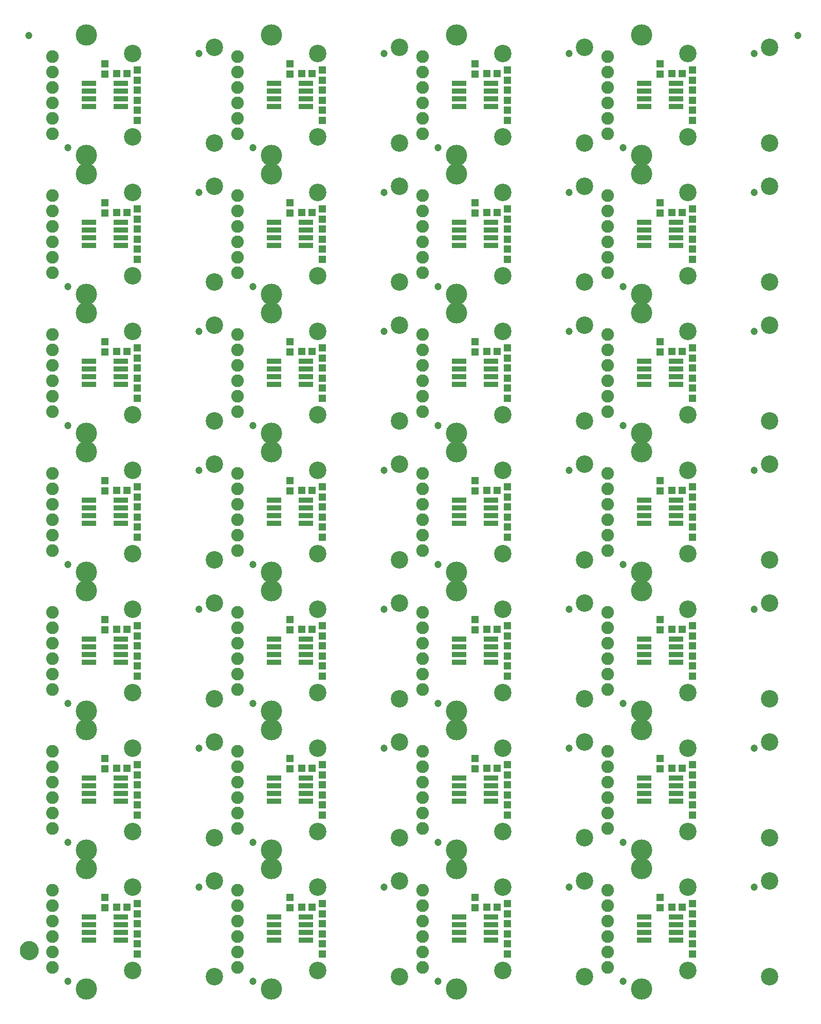
<source format=gts>
G04 EAGLE Gerber RS-274X export*
G75*
%MOMM*%
%FSLAX34Y34*%
%LPD*%
%INSoldermask Top*%
%IPPOS*%
%AMOC8*
5,1,8,0,0,1.08239X$1,22.5*%
G01*
%ADD10C,3.505200*%
%ADD11C,1.203200*%
%ADD12R,1.303200X1.203200*%
%ADD13R,2.413000X0.812800*%
%ADD14C,2.082800*%
%ADD15R,1.203200X1.303200*%
%ADD16C,2.870200*%
%ADD17C,1.270000*%
%ADD18C,1.703200*%


D10*
X68580Y198120D03*
D11*
X254000Y167640D03*
X38100Y12700D03*
D12*
X118500Y134620D03*
X135500Y134620D03*
D13*
X125222Y80010D03*
X125222Y92710D03*
X125222Y105410D03*
X125222Y118110D03*
X72898Y118110D03*
X72898Y105410D03*
X72898Y92710D03*
X72898Y80010D03*
D14*
X12700Y162560D03*
X12700Y137160D03*
X12700Y111760D03*
X12700Y86360D03*
X12700Y60960D03*
X12700Y35560D03*
D10*
X68580Y0D03*
D15*
X99060Y133740D03*
X99060Y150740D03*
X152400Y74540D03*
X152400Y57540D03*
X152400Y123580D03*
X152400Y140580D03*
X152400Y107560D03*
X152400Y90560D03*
D16*
X144780Y30480D03*
X144780Y167640D03*
X279400Y20320D03*
X279400Y177800D03*
D10*
X373380Y198120D03*
D11*
X558800Y167640D03*
X342900Y12700D03*
D12*
X423300Y134620D03*
X440300Y134620D03*
D13*
X430022Y80010D03*
X430022Y92710D03*
X430022Y105410D03*
X430022Y118110D03*
X377698Y118110D03*
X377698Y105410D03*
X377698Y92710D03*
X377698Y80010D03*
D14*
X317500Y162560D03*
X317500Y137160D03*
X317500Y111760D03*
X317500Y86360D03*
X317500Y60960D03*
X317500Y35560D03*
D10*
X373380Y0D03*
D15*
X403860Y133740D03*
X403860Y150740D03*
X457200Y74540D03*
X457200Y57540D03*
X457200Y123580D03*
X457200Y140580D03*
X457200Y107560D03*
X457200Y90560D03*
D16*
X449580Y30480D03*
X449580Y167640D03*
X584200Y20320D03*
X584200Y177800D03*
D10*
X678180Y198120D03*
D11*
X863600Y167640D03*
X647700Y12700D03*
D12*
X728100Y134620D03*
X745100Y134620D03*
D13*
X734822Y80010D03*
X734822Y92710D03*
X734822Y105410D03*
X734822Y118110D03*
X682498Y118110D03*
X682498Y105410D03*
X682498Y92710D03*
X682498Y80010D03*
D14*
X622300Y162560D03*
X622300Y137160D03*
X622300Y111760D03*
X622300Y86360D03*
X622300Y60960D03*
X622300Y35560D03*
D10*
X678180Y0D03*
D15*
X708660Y133740D03*
X708660Y150740D03*
X762000Y74540D03*
X762000Y57540D03*
X762000Y123580D03*
X762000Y140580D03*
X762000Y107560D03*
X762000Y90560D03*
D16*
X754380Y30480D03*
X754380Y167640D03*
X889000Y20320D03*
X889000Y177800D03*
D10*
X982980Y198120D03*
D11*
X1168400Y167640D03*
X952500Y12700D03*
D12*
X1032900Y134620D03*
X1049900Y134620D03*
D13*
X1039622Y80010D03*
X1039622Y92710D03*
X1039622Y105410D03*
X1039622Y118110D03*
X987298Y118110D03*
X987298Y105410D03*
X987298Y92710D03*
X987298Y80010D03*
D14*
X927100Y162560D03*
X927100Y137160D03*
X927100Y111760D03*
X927100Y86360D03*
X927100Y60960D03*
X927100Y35560D03*
D10*
X982980Y0D03*
D15*
X1013460Y133740D03*
X1013460Y150740D03*
X1066800Y74540D03*
X1066800Y57540D03*
X1066800Y123580D03*
X1066800Y140580D03*
X1066800Y107560D03*
X1066800Y90560D03*
D16*
X1059180Y30480D03*
X1059180Y167640D03*
X1193800Y20320D03*
X1193800Y177800D03*
D10*
X68580Y426720D03*
D11*
X254000Y396240D03*
X38100Y241300D03*
D12*
X118500Y363220D03*
X135500Y363220D03*
D13*
X125222Y308610D03*
X125222Y321310D03*
X125222Y334010D03*
X125222Y346710D03*
X72898Y346710D03*
X72898Y334010D03*
X72898Y321310D03*
X72898Y308610D03*
D14*
X12700Y391160D03*
X12700Y365760D03*
X12700Y340360D03*
X12700Y314960D03*
X12700Y289560D03*
X12700Y264160D03*
D10*
X68580Y228600D03*
D15*
X99060Y362340D03*
X99060Y379340D03*
X152400Y303140D03*
X152400Y286140D03*
X152400Y352180D03*
X152400Y369180D03*
X152400Y336160D03*
X152400Y319160D03*
D16*
X144780Y259080D03*
X144780Y396240D03*
X279400Y248920D03*
X279400Y406400D03*
D10*
X373380Y426720D03*
D11*
X558800Y396240D03*
X342900Y241300D03*
D12*
X423300Y363220D03*
X440300Y363220D03*
D13*
X430022Y308610D03*
X430022Y321310D03*
X430022Y334010D03*
X430022Y346710D03*
X377698Y346710D03*
X377698Y334010D03*
X377698Y321310D03*
X377698Y308610D03*
D14*
X317500Y391160D03*
X317500Y365760D03*
X317500Y340360D03*
X317500Y314960D03*
X317500Y289560D03*
X317500Y264160D03*
D10*
X373380Y228600D03*
D15*
X403860Y362340D03*
X403860Y379340D03*
X457200Y303140D03*
X457200Y286140D03*
X457200Y352180D03*
X457200Y369180D03*
X457200Y336160D03*
X457200Y319160D03*
D16*
X449580Y259080D03*
X449580Y396240D03*
X584200Y248920D03*
X584200Y406400D03*
D10*
X678180Y426720D03*
D11*
X863600Y396240D03*
X647700Y241300D03*
D12*
X728100Y363220D03*
X745100Y363220D03*
D13*
X734822Y308610D03*
X734822Y321310D03*
X734822Y334010D03*
X734822Y346710D03*
X682498Y346710D03*
X682498Y334010D03*
X682498Y321310D03*
X682498Y308610D03*
D14*
X622300Y391160D03*
X622300Y365760D03*
X622300Y340360D03*
X622300Y314960D03*
X622300Y289560D03*
X622300Y264160D03*
D10*
X678180Y228600D03*
D15*
X708660Y362340D03*
X708660Y379340D03*
X762000Y303140D03*
X762000Y286140D03*
X762000Y352180D03*
X762000Y369180D03*
X762000Y336160D03*
X762000Y319160D03*
D16*
X754380Y259080D03*
X754380Y396240D03*
X889000Y248920D03*
X889000Y406400D03*
D10*
X982980Y426720D03*
D11*
X1168400Y396240D03*
X952500Y241300D03*
D12*
X1032900Y363220D03*
X1049900Y363220D03*
D13*
X1039622Y308610D03*
X1039622Y321310D03*
X1039622Y334010D03*
X1039622Y346710D03*
X987298Y346710D03*
X987298Y334010D03*
X987298Y321310D03*
X987298Y308610D03*
D14*
X927100Y391160D03*
X927100Y365760D03*
X927100Y340360D03*
X927100Y314960D03*
X927100Y289560D03*
X927100Y264160D03*
D10*
X982980Y228600D03*
D15*
X1013460Y362340D03*
X1013460Y379340D03*
X1066800Y303140D03*
X1066800Y286140D03*
X1066800Y352180D03*
X1066800Y369180D03*
X1066800Y336160D03*
X1066800Y319160D03*
D16*
X1059180Y259080D03*
X1059180Y396240D03*
X1193800Y248920D03*
X1193800Y406400D03*
D10*
X68580Y655320D03*
D11*
X254000Y624840D03*
X38100Y469900D03*
D12*
X118500Y591820D03*
X135500Y591820D03*
D13*
X125222Y537210D03*
X125222Y549910D03*
X125222Y562610D03*
X125222Y575310D03*
X72898Y575310D03*
X72898Y562610D03*
X72898Y549910D03*
X72898Y537210D03*
D14*
X12700Y619760D03*
X12700Y594360D03*
X12700Y568960D03*
X12700Y543560D03*
X12700Y518160D03*
X12700Y492760D03*
D10*
X68580Y457200D03*
D15*
X99060Y590940D03*
X99060Y607940D03*
X152400Y531740D03*
X152400Y514740D03*
X152400Y580780D03*
X152400Y597780D03*
X152400Y564760D03*
X152400Y547760D03*
D16*
X144780Y487680D03*
X144780Y624840D03*
X279400Y477520D03*
X279400Y635000D03*
D10*
X373380Y655320D03*
D11*
X558800Y624840D03*
X342900Y469900D03*
D12*
X423300Y591820D03*
X440300Y591820D03*
D13*
X430022Y537210D03*
X430022Y549910D03*
X430022Y562610D03*
X430022Y575310D03*
X377698Y575310D03*
X377698Y562610D03*
X377698Y549910D03*
X377698Y537210D03*
D14*
X317500Y619760D03*
X317500Y594360D03*
X317500Y568960D03*
X317500Y543560D03*
X317500Y518160D03*
X317500Y492760D03*
D10*
X373380Y457200D03*
D15*
X403860Y590940D03*
X403860Y607940D03*
X457200Y531740D03*
X457200Y514740D03*
X457200Y580780D03*
X457200Y597780D03*
X457200Y564760D03*
X457200Y547760D03*
D16*
X449580Y487680D03*
X449580Y624840D03*
X584200Y477520D03*
X584200Y635000D03*
D10*
X678180Y655320D03*
D11*
X863600Y624840D03*
X647700Y469900D03*
D12*
X728100Y591820D03*
X745100Y591820D03*
D13*
X734822Y537210D03*
X734822Y549910D03*
X734822Y562610D03*
X734822Y575310D03*
X682498Y575310D03*
X682498Y562610D03*
X682498Y549910D03*
X682498Y537210D03*
D14*
X622300Y619760D03*
X622300Y594360D03*
X622300Y568960D03*
X622300Y543560D03*
X622300Y518160D03*
X622300Y492760D03*
D10*
X678180Y457200D03*
D15*
X708660Y590940D03*
X708660Y607940D03*
X762000Y531740D03*
X762000Y514740D03*
X762000Y580780D03*
X762000Y597780D03*
X762000Y564760D03*
X762000Y547760D03*
D16*
X754380Y487680D03*
X754380Y624840D03*
X889000Y477520D03*
X889000Y635000D03*
D10*
X982980Y655320D03*
D11*
X1168400Y624840D03*
X952500Y469900D03*
D12*
X1032900Y591820D03*
X1049900Y591820D03*
D13*
X1039622Y537210D03*
X1039622Y549910D03*
X1039622Y562610D03*
X1039622Y575310D03*
X987298Y575310D03*
X987298Y562610D03*
X987298Y549910D03*
X987298Y537210D03*
D14*
X927100Y619760D03*
X927100Y594360D03*
X927100Y568960D03*
X927100Y543560D03*
X927100Y518160D03*
X927100Y492760D03*
D10*
X982980Y457200D03*
D15*
X1013460Y590940D03*
X1013460Y607940D03*
X1066800Y531740D03*
X1066800Y514740D03*
X1066800Y580780D03*
X1066800Y597780D03*
X1066800Y564760D03*
X1066800Y547760D03*
D16*
X1059180Y487680D03*
X1059180Y624840D03*
X1193800Y477520D03*
X1193800Y635000D03*
D10*
X68580Y883920D03*
D11*
X254000Y853440D03*
X38100Y698500D03*
D12*
X118500Y820420D03*
X135500Y820420D03*
D13*
X125222Y765810D03*
X125222Y778510D03*
X125222Y791210D03*
X125222Y803910D03*
X72898Y803910D03*
X72898Y791210D03*
X72898Y778510D03*
X72898Y765810D03*
D14*
X12700Y848360D03*
X12700Y822960D03*
X12700Y797560D03*
X12700Y772160D03*
X12700Y746760D03*
X12700Y721360D03*
D10*
X68580Y685800D03*
D15*
X99060Y819540D03*
X99060Y836540D03*
X152400Y760340D03*
X152400Y743340D03*
X152400Y809380D03*
X152400Y826380D03*
X152400Y793360D03*
X152400Y776360D03*
D16*
X144780Y716280D03*
X144780Y853440D03*
X279400Y706120D03*
X279400Y863600D03*
D10*
X373380Y883920D03*
D11*
X558800Y853440D03*
X342900Y698500D03*
D12*
X423300Y820420D03*
X440300Y820420D03*
D13*
X430022Y765810D03*
X430022Y778510D03*
X430022Y791210D03*
X430022Y803910D03*
X377698Y803910D03*
X377698Y791210D03*
X377698Y778510D03*
X377698Y765810D03*
D14*
X317500Y848360D03*
X317500Y822960D03*
X317500Y797560D03*
X317500Y772160D03*
X317500Y746760D03*
X317500Y721360D03*
D10*
X373380Y685800D03*
D15*
X403860Y819540D03*
X403860Y836540D03*
X457200Y760340D03*
X457200Y743340D03*
X457200Y809380D03*
X457200Y826380D03*
X457200Y793360D03*
X457200Y776360D03*
D16*
X449580Y716280D03*
X449580Y853440D03*
X584200Y706120D03*
X584200Y863600D03*
D10*
X678180Y883920D03*
D11*
X863600Y853440D03*
X647700Y698500D03*
D12*
X728100Y820420D03*
X745100Y820420D03*
D13*
X734822Y765810D03*
X734822Y778510D03*
X734822Y791210D03*
X734822Y803910D03*
X682498Y803910D03*
X682498Y791210D03*
X682498Y778510D03*
X682498Y765810D03*
D14*
X622300Y848360D03*
X622300Y822960D03*
X622300Y797560D03*
X622300Y772160D03*
X622300Y746760D03*
X622300Y721360D03*
D10*
X678180Y685800D03*
D15*
X708660Y819540D03*
X708660Y836540D03*
X762000Y760340D03*
X762000Y743340D03*
X762000Y809380D03*
X762000Y826380D03*
X762000Y793360D03*
X762000Y776360D03*
D16*
X754380Y716280D03*
X754380Y853440D03*
X889000Y706120D03*
X889000Y863600D03*
D10*
X982980Y883920D03*
D11*
X1168400Y853440D03*
X952500Y698500D03*
D12*
X1032900Y820420D03*
X1049900Y820420D03*
D13*
X1039622Y765810D03*
X1039622Y778510D03*
X1039622Y791210D03*
X1039622Y803910D03*
X987298Y803910D03*
X987298Y791210D03*
X987298Y778510D03*
X987298Y765810D03*
D14*
X927100Y848360D03*
X927100Y822960D03*
X927100Y797560D03*
X927100Y772160D03*
X927100Y746760D03*
X927100Y721360D03*
D10*
X982980Y685800D03*
D15*
X1013460Y819540D03*
X1013460Y836540D03*
X1066800Y760340D03*
X1066800Y743340D03*
X1066800Y809380D03*
X1066800Y826380D03*
X1066800Y793360D03*
X1066800Y776360D03*
D16*
X1059180Y716280D03*
X1059180Y853440D03*
X1193800Y706120D03*
X1193800Y863600D03*
D10*
X68580Y1112520D03*
D11*
X254000Y1082040D03*
X38100Y927100D03*
D12*
X118500Y1049020D03*
X135500Y1049020D03*
D13*
X125222Y994410D03*
X125222Y1007110D03*
X125222Y1019810D03*
X125222Y1032510D03*
X72898Y1032510D03*
X72898Y1019810D03*
X72898Y1007110D03*
X72898Y994410D03*
D14*
X12700Y1076960D03*
X12700Y1051560D03*
X12700Y1026160D03*
X12700Y1000760D03*
X12700Y975360D03*
X12700Y949960D03*
D10*
X68580Y914400D03*
D15*
X99060Y1048140D03*
X99060Y1065140D03*
X152400Y988940D03*
X152400Y971940D03*
X152400Y1037980D03*
X152400Y1054980D03*
X152400Y1021960D03*
X152400Y1004960D03*
D16*
X144780Y944880D03*
X144780Y1082040D03*
X279400Y934720D03*
X279400Y1092200D03*
D10*
X373380Y1112520D03*
D11*
X558800Y1082040D03*
X342900Y927100D03*
D12*
X423300Y1049020D03*
X440300Y1049020D03*
D13*
X430022Y994410D03*
X430022Y1007110D03*
X430022Y1019810D03*
X430022Y1032510D03*
X377698Y1032510D03*
X377698Y1019810D03*
X377698Y1007110D03*
X377698Y994410D03*
D14*
X317500Y1076960D03*
X317500Y1051560D03*
X317500Y1026160D03*
X317500Y1000760D03*
X317500Y975360D03*
X317500Y949960D03*
D10*
X373380Y914400D03*
D15*
X403860Y1048140D03*
X403860Y1065140D03*
X457200Y988940D03*
X457200Y971940D03*
X457200Y1037980D03*
X457200Y1054980D03*
X457200Y1021960D03*
X457200Y1004960D03*
D16*
X449580Y944880D03*
X449580Y1082040D03*
X584200Y934720D03*
X584200Y1092200D03*
D10*
X678180Y1112520D03*
D11*
X863600Y1082040D03*
X647700Y927100D03*
D12*
X728100Y1049020D03*
X745100Y1049020D03*
D13*
X734822Y994410D03*
X734822Y1007110D03*
X734822Y1019810D03*
X734822Y1032510D03*
X682498Y1032510D03*
X682498Y1019810D03*
X682498Y1007110D03*
X682498Y994410D03*
D14*
X622300Y1076960D03*
X622300Y1051560D03*
X622300Y1026160D03*
X622300Y1000760D03*
X622300Y975360D03*
X622300Y949960D03*
D10*
X678180Y914400D03*
D15*
X708660Y1048140D03*
X708660Y1065140D03*
X762000Y988940D03*
X762000Y971940D03*
X762000Y1037980D03*
X762000Y1054980D03*
X762000Y1021960D03*
X762000Y1004960D03*
D16*
X754380Y944880D03*
X754380Y1082040D03*
X889000Y934720D03*
X889000Y1092200D03*
D10*
X982980Y1112520D03*
D11*
X1168400Y1082040D03*
X952500Y927100D03*
D12*
X1032900Y1049020D03*
X1049900Y1049020D03*
D13*
X1039622Y994410D03*
X1039622Y1007110D03*
X1039622Y1019810D03*
X1039622Y1032510D03*
X987298Y1032510D03*
X987298Y1019810D03*
X987298Y1007110D03*
X987298Y994410D03*
D14*
X927100Y1076960D03*
X927100Y1051560D03*
X927100Y1026160D03*
X927100Y1000760D03*
X927100Y975360D03*
X927100Y949960D03*
D10*
X982980Y914400D03*
D15*
X1013460Y1048140D03*
X1013460Y1065140D03*
X1066800Y988940D03*
X1066800Y971940D03*
X1066800Y1037980D03*
X1066800Y1054980D03*
X1066800Y1021960D03*
X1066800Y1004960D03*
D16*
X1059180Y944880D03*
X1059180Y1082040D03*
X1193800Y934720D03*
X1193800Y1092200D03*
D10*
X68580Y1341120D03*
D11*
X254000Y1310640D03*
X38100Y1155700D03*
D12*
X118500Y1277620D03*
X135500Y1277620D03*
D13*
X125222Y1223010D03*
X125222Y1235710D03*
X125222Y1248410D03*
X125222Y1261110D03*
X72898Y1261110D03*
X72898Y1248410D03*
X72898Y1235710D03*
X72898Y1223010D03*
D14*
X12700Y1305560D03*
X12700Y1280160D03*
X12700Y1254760D03*
X12700Y1229360D03*
X12700Y1203960D03*
X12700Y1178560D03*
D10*
X68580Y1143000D03*
D15*
X99060Y1276740D03*
X99060Y1293740D03*
X152400Y1217540D03*
X152400Y1200540D03*
X152400Y1266580D03*
X152400Y1283580D03*
X152400Y1250560D03*
X152400Y1233560D03*
D16*
X144780Y1173480D03*
X144780Y1310640D03*
X279400Y1163320D03*
X279400Y1320800D03*
D10*
X373380Y1341120D03*
D11*
X558800Y1310640D03*
X342900Y1155700D03*
D12*
X423300Y1277620D03*
X440300Y1277620D03*
D13*
X430022Y1223010D03*
X430022Y1235710D03*
X430022Y1248410D03*
X430022Y1261110D03*
X377698Y1261110D03*
X377698Y1248410D03*
X377698Y1235710D03*
X377698Y1223010D03*
D14*
X317500Y1305560D03*
X317500Y1280160D03*
X317500Y1254760D03*
X317500Y1229360D03*
X317500Y1203960D03*
X317500Y1178560D03*
D10*
X373380Y1143000D03*
D15*
X403860Y1276740D03*
X403860Y1293740D03*
X457200Y1217540D03*
X457200Y1200540D03*
X457200Y1266580D03*
X457200Y1283580D03*
X457200Y1250560D03*
X457200Y1233560D03*
D16*
X449580Y1173480D03*
X449580Y1310640D03*
X584200Y1163320D03*
X584200Y1320800D03*
D10*
X678180Y1341120D03*
D11*
X863600Y1310640D03*
X647700Y1155700D03*
D12*
X728100Y1277620D03*
X745100Y1277620D03*
D13*
X734822Y1223010D03*
X734822Y1235710D03*
X734822Y1248410D03*
X734822Y1261110D03*
X682498Y1261110D03*
X682498Y1248410D03*
X682498Y1235710D03*
X682498Y1223010D03*
D14*
X622300Y1305560D03*
X622300Y1280160D03*
X622300Y1254760D03*
X622300Y1229360D03*
X622300Y1203960D03*
X622300Y1178560D03*
D10*
X678180Y1143000D03*
D15*
X708660Y1276740D03*
X708660Y1293740D03*
X762000Y1217540D03*
X762000Y1200540D03*
X762000Y1266580D03*
X762000Y1283580D03*
X762000Y1250560D03*
X762000Y1233560D03*
D16*
X754380Y1173480D03*
X754380Y1310640D03*
X889000Y1163320D03*
X889000Y1320800D03*
D10*
X982980Y1341120D03*
D11*
X1168400Y1310640D03*
X952500Y1155700D03*
D12*
X1032900Y1277620D03*
X1049900Y1277620D03*
D13*
X1039622Y1223010D03*
X1039622Y1235710D03*
X1039622Y1248410D03*
X1039622Y1261110D03*
X987298Y1261110D03*
X987298Y1248410D03*
X987298Y1235710D03*
X987298Y1223010D03*
D14*
X927100Y1305560D03*
X927100Y1280160D03*
X927100Y1254760D03*
X927100Y1229360D03*
X927100Y1203960D03*
X927100Y1178560D03*
D10*
X982980Y1143000D03*
D15*
X1013460Y1276740D03*
X1013460Y1293740D03*
X1066800Y1217540D03*
X1066800Y1200540D03*
X1066800Y1266580D03*
X1066800Y1283580D03*
X1066800Y1250560D03*
X1066800Y1233560D03*
D16*
X1059180Y1173480D03*
X1059180Y1310640D03*
X1193800Y1163320D03*
X1193800Y1320800D03*
D10*
X68580Y1569720D03*
D11*
X254000Y1539240D03*
X38100Y1384300D03*
D12*
X118500Y1506220D03*
X135500Y1506220D03*
D13*
X125222Y1451610D03*
X125222Y1464310D03*
X125222Y1477010D03*
X125222Y1489710D03*
X72898Y1489710D03*
X72898Y1477010D03*
X72898Y1464310D03*
X72898Y1451610D03*
D14*
X12700Y1534160D03*
X12700Y1508760D03*
X12700Y1483360D03*
X12700Y1457960D03*
X12700Y1432560D03*
X12700Y1407160D03*
D10*
X68580Y1371600D03*
D15*
X99060Y1505340D03*
X99060Y1522340D03*
X152400Y1446140D03*
X152400Y1429140D03*
X152400Y1495180D03*
X152400Y1512180D03*
X152400Y1479160D03*
X152400Y1462160D03*
D16*
X144780Y1402080D03*
X144780Y1539240D03*
X279400Y1391920D03*
X279400Y1549400D03*
D10*
X373380Y1569720D03*
D11*
X558800Y1539240D03*
X342900Y1384300D03*
D12*
X423300Y1506220D03*
X440300Y1506220D03*
D13*
X430022Y1451610D03*
X430022Y1464310D03*
X430022Y1477010D03*
X430022Y1489710D03*
X377698Y1489710D03*
X377698Y1477010D03*
X377698Y1464310D03*
X377698Y1451610D03*
D14*
X317500Y1534160D03*
X317500Y1508760D03*
X317500Y1483360D03*
X317500Y1457960D03*
X317500Y1432560D03*
X317500Y1407160D03*
D10*
X373380Y1371600D03*
D15*
X403860Y1505340D03*
X403860Y1522340D03*
X457200Y1446140D03*
X457200Y1429140D03*
X457200Y1495180D03*
X457200Y1512180D03*
X457200Y1479160D03*
X457200Y1462160D03*
D16*
X449580Y1402080D03*
X449580Y1539240D03*
X584200Y1391920D03*
X584200Y1549400D03*
D10*
X678180Y1569720D03*
D11*
X863600Y1539240D03*
X647700Y1384300D03*
D12*
X728100Y1506220D03*
X745100Y1506220D03*
D13*
X734822Y1451610D03*
X734822Y1464310D03*
X734822Y1477010D03*
X734822Y1489710D03*
X682498Y1489710D03*
X682498Y1477010D03*
X682498Y1464310D03*
X682498Y1451610D03*
D14*
X622300Y1534160D03*
X622300Y1508760D03*
X622300Y1483360D03*
X622300Y1457960D03*
X622300Y1432560D03*
X622300Y1407160D03*
D10*
X678180Y1371600D03*
D15*
X708660Y1505340D03*
X708660Y1522340D03*
X762000Y1446140D03*
X762000Y1429140D03*
X762000Y1495180D03*
X762000Y1512180D03*
X762000Y1479160D03*
X762000Y1462160D03*
D16*
X754380Y1402080D03*
X754380Y1539240D03*
X889000Y1391920D03*
X889000Y1549400D03*
D10*
X982980Y1569720D03*
D11*
X1168400Y1539240D03*
X952500Y1384300D03*
D12*
X1032900Y1506220D03*
X1049900Y1506220D03*
D13*
X1039622Y1451610D03*
X1039622Y1464310D03*
X1039622Y1477010D03*
X1039622Y1489710D03*
X987298Y1489710D03*
X987298Y1477010D03*
X987298Y1464310D03*
X987298Y1451610D03*
D14*
X927100Y1534160D03*
X927100Y1508760D03*
X927100Y1483360D03*
X927100Y1457960D03*
X927100Y1432560D03*
X927100Y1407160D03*
D10*
X982980Y1371600D03*
D15*
X1013460Y1505340D03*
X1013460Y1522340D03*
X1066800Y1446140D03*
X1066800Y1429140D03*
X1066800Y1495180D03*
X1066800Y1512180D03*
X1066800Y1479160D03*
X1066800Y1462160D03*
D16*
X1059180Y1402080D03*
X1059180Y1539240D03*
X1193800Y1391920D03*
X1193800Y1549400D03*
D11*
X-26238Y1568450D03*
X1240358Y1568450D03*
D17*
X-35293Y63500D02*
X-35290Y63722D01*
X-35282Y63944D01*
X-35268Y64166D01*
X-35249Y64388D01*
X-35225Y64608D01*
X-35195Y64829D01*
X-35160Y65048D01*
X-35119Y65267D01*
X-35073Y65484D01*
X-35022Y65700D01*
X-34965Y65915D01*
X-34903Y66129D01*
X-34836Y66340D01*
X-34764Y66551D01*
X-34686Y66759D01*
X-34604Y66965D01*
X-34516Y67169D01*
X-34424Y67372D01*
X-34326Y67571D01*
X-34224Y67768D01*
X-34117Y67963D01*
X-34005Y68155D01*
X-33888Y68344D01*
X-33767Y68531D01*
X-33641Y68714D01*
X-33511Y68894D01*
X-33376Y69071D01*
X-33238Y69244D01*
X-33095Y69414D01*
X-32947Y69581D01*
X-32796Y69744D01*
X-32641Y69903D01*
X-32482Y70058D01*
X-32319Y70209D01*
X-32152Y70357D01*
X-31982Y70500D01*
X-31809Y70638D01*
X-31632Y70773D01*
X-31452Y70903D01*
X-31269Y71029D01*
X-31082Y71150D01*
X-30893Y71267D01*
X-30701Y71379D01*
X-30506Y71486D01*
X-30309Y71588D01*
X-30110Y71686D01*
X-29907Y71778D01*
X-29703Y71866D01*
X-29497Y71948D01*
X-29289Y72026D01*
X-29078Y72098D01*
X-28867Y72165D01*
X-28653Y72227D01*
X-28438Y72284D01*
X-28222Y72335D01*
X-28005Y72381D01*
X-27786Y72422D01*
X-27567Y72457D01*
X-27346Y72487D01*
X-27126Y72511D01*
X-26904Y72530D01*
X-26682Y72544D01*
X-26460Y72552D01*
X-26238Y72555D01*
X-26016Y72552D01*
X-25794Y72544D01*
X-25572Y72530D01*
X-25350Y72511D01*
X-25130Y72487D01*
X-24909Y72457D01*
X-24690Y72422D01*
X-24471Y72381D01*
X-24254Y72335D01*
X-24038Y72284D01*
X-23823Y72227D01*
X-23609Y72165D01*
X-23398Y72098D01*
X-23187Y72026D01*
X-22979Y71948D01*
X-22773Y71866D01*
X-22569Y71778D01*
X-22366Y71686D01*
X-22167Y71588D01*
X-21970Y71486D01*
X-21775Y71379D01*
X-21583Y71267D01*
X-21394Y71150D01*
X-21207Y71029D01*
X-21024Y70903D01*
X-20844Y70773D01*
X-20667Y70638D01*
X-20494Y70500D01*
X-20324Y70357D01*
X-20157Y70209D01*
X-19994Y70058D01*
X-19835Y69903D01*
X-19680Y69744D01*
X-19529Y69581D01*
X-19381Y69414D01*
X-19238Y69244D01*
X-19100Y69071D01*
X-18965Y68894D01*
X-18835Y68714D01*
X-18709Y68531D01*
X-18588Y68344D01*
X-18471Y68155D01*
X-18359Y67963D01*
X-18252Y67768D01*
X-18150Y67571D01*
X-18052Y67372D01*
X-17960Y67169D01*
X-17872Y66965D01*
X-17790Y66759D01*
X-17712Y66551D01*
X-17640Y66340D01*
X-17573Y66129D01*
X-17511Y65915D01*
X-17454Y65700D01*
X-17403Y65484D01*
X-17357Y65267D01*
X-17316Y65048D01*
X-17281Y64829D01*
X-17251Y64608D01*
X-17227Y64388D01*
X-17208Y64166D01*
X-17194Y63944D01*
X-17186Y63722D01*
X-17183Y63500D01*
X-17186Y63278D01*
X-17194Y63056D01*
X-17208Y62834D01*
X-17227Y62612D01*
X-17251Y62392D01*
X-17281Y62171D01*
X-17316Y61952D01*
X-17357Y61733D01*
X-17403Y61516D01*
X-17454Y61300D01*
X-17511Y61085D01*
X-17573Y60871D01*
X-17640Y60660D01*
X-17712Y60449D01*
X-17790Y60241D01*
X-17872Y60035D01*
X-17960Y59831D01*
X-18052Y59628D01*
X-18150Y59429D01*
X-18252Y59232D01*
X-18359Y59037D01*
X-18471Y58845D01*
X-18588Y58656D01*
X-18709Y58469D01*
X-18835Y58286D01*
X-18965Y58106D01*
X-19100Y57929D01*
X-19238Y57756D01*
X-19381Y57586D01*
X-19529Y57419D01*
X-19680Y57256D01*
X-19835Y57097D01*
X-19994Y56942D01*
X-20157Y56791D01*
X-20324Y56643D01*
X-20494Y56500D01*
X-20667Y56362D01*
X-20844Y56227D01*
X-21024Y56097D01*
X-21207Y55971D01*
X-21394Y55850D01*
X-21583Y55733D01*
X-21775Y55621D01*
X-21970Y55514D01*
X-22167Y55412D01*
X-22366Y55314D01*
X-22569Y55222D01*
X-22773Y55134D01*
X-22979Y55052D01*
X-23187Y54974D01*
X-23398Y54902D01*
X-23609Y54835D01*
X-23823Y54773D01*
X-24038Y54716D01*
X-24254Y54665D01*
X-24471Y54619D01*
X-24690Y54578D01*
X-24909Y54543D01*
X-25130Y54513D01*
X-25350Y54489D01*
X-25572Y54470D01*
X-25794Y54456D01*
X-26016Y54448D01*
X-26238Y54445D01*
X-26460Y54448D01*
X-26682Y54456D01*
X-26904Y54470D01*
X-27126Y54489D01*
X-27346Y54513D01*
X-27567Y54543D01*
X-27786Y54578D01*
X-28005Y54619D01*
X-28222Y54665D01*
X-28438Y54716D01*
X-28653Y54773D01*
X-28867Y54835D01*
X-29078Y54902D01*
X-29289Y54974D01*
X-29497Y55052D01*
X-29703Y55134D01*
X-29907Y55222D01*
X-30110Y55314D01*
X-30309Y55412D01*
X-30506Y55514D01*
X-30701Y55621D01*
X-30893Y55733D01*
X-31082Y55850D01*
X-31269Y55971D01*
X-31452Y56097D01*
X-31632Y56227D01*
X-31809Y56362D01*
X-31982Y56500D01*
X-32152Y56643D01*
X-32319Y56791D01*
X-32482Y56942D01*
X-32641Y57097D01*
X-32796Y57256D01*
X-32947Y57419D01*
X-33095Y57586D01*
X-33238Y57756D01*
X-33376Y57929D01*
X-33511Y58106D01*
X-33641Y58286D01*
X-33767Y58469D01*
X-33888Y58656D01*
X-34005Y58845D01*
X-34117Y59037D01*
X-34224Y59232D01*
X-34326Y59429D01*
X-34424Y59628D01*
X-34516Y59831D01*
X-34604Y60035D01*
X-34686Y60241D01*
X-34764Y60449D01*
X-34836Y60660D01*
X-34903Y60871D01*
X-34965Y61085D01*
X-35022Y61300D01*
X-35073Y61516D01*
X-35119Y61733D01*
X-35160Y61952D01*
X-35195Y62171D01*
X-35225Y62392D01*
X-35249Y62612D01*
X-35268Y62834D01*
X-35282Y63056D01*
X-35290Y63278D01*
X-35293Y63500D01*
D18*
X-26238Y63500D03*
M02*

</source>
